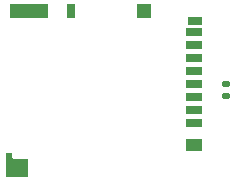
<source format=gbr>
%TF.GenerationSoftware,KiCad,Pcbnew,9.0.2*%
%TF.CreationDate,2025-07-15T12:28:35-04:00*%
%TF.ProjectId,GPSWatch,47505357-6174-4636-982e-6b696361645f,rev?*%
%TF.SameCoordinates,Original*%
%TF.FileFunction,Paste,Bot*%
%TF.FilePolarity,Positive*%
%FSLAX46Y46*%
G04 Gerber Fmt 4.6, Leading zero omitted, Abs format (unit mm)*
G04 Created by KiCad (PCBNEW 9.0.2) date 2025-07-15 12:28:35*
%MOMM*%
%LPD*%
G01*
G04 APERTURE LIST*
G04 Aperture macros list*
%AMRoundRect*
0 Rectangle with rounded corners*
0 $1 Rounding radius*
0 $2 $3 $4 $5 $6 $7 $8 $9 X,Y pos of 4 corners*
0 Add a 4 corners polygon primitive as box body*
4,1,4,$2,$3,$4,$5,$6,$7,$8,$9,$2,$3,0*
0 Add four circle primitives for the rounded corners*
1,1,$1+$1,$2,$3*
1,1,$1+$1,$4,$5*
1,1,$1+$1,$6,$7*
1,1,$1+$1,$8,$9*
0 Add four rect primitives between the rounded corners*
20,1,$1+$1,$2,$3,$4,$5,0*
20,1,$1+$1,$4,$5,$6,$7,0*
20,1,$1+$1,$6,$7,$8,$9,0*
20,1,$1+$1,$8,$9,$2,$3,0*%
%AMRotRect*
0 Rectangle, with rotation*
0 The origin of the aperture is its center*
0 $1 length*
0 $2 width*
0 $3 Rotation angle, in degrees counterclockwise*
0 Add horizontal line*
21,1,$1,$2,0,0,$3*%
G04 Aperture macros list end*
%ADD10RoundRect,0.140000X-0.170000X0.140000X-0.170000X-0.140000X0.170000X-0.140000X0.170000X0.140000X0*%
%ADD11R,1.400000X0.700000*%
%ADD12R,1.200000X0.700000*%
%ADD13R,0.800000X1.200000*%
%ADD14R,1.900000X1.500000*%
%ADD15RotRect,0.200000X0.200000X45.000000*%
%ADD16R,0.500000X0.500000*%
%ADD17R,1.400000X1.000000*%
%ADD18R,3.200000X1.200000*%
%ADD19R,1.200000X1.200000*%
G04 APERTURE END LIST*
D10*
%TO.C,C16*%
X128500000Y-117120000D03*
X128500000Y-118080000D03*
%TD*%
D11*
%TO.C,J4*%
X125825000Y-120375000D03*
X125825000Y-119275000D03*
X125825000Y-118175000D03*
X125825000Y-117075000D03*
X125825000Y-115975000D03*
X125825000Y-114875000D03*
X125825000Y-113775000D03*
X125825000Y-112675000D03*
D12*
X125925000Y-111725000D03*
D13*
X115425000Y-110875000D03*
D14*
X110825000Y-124175000D03*
D15*
X110375000Y-123425000D03*
D16*
X110125000Y-123175000D03*
D17*
X125825000Y-122275000D03*
D18*
X111825000Y-110875000D03*
D19*
X121625000Y-110875000D03*
%TD*%
M02*

</source>
